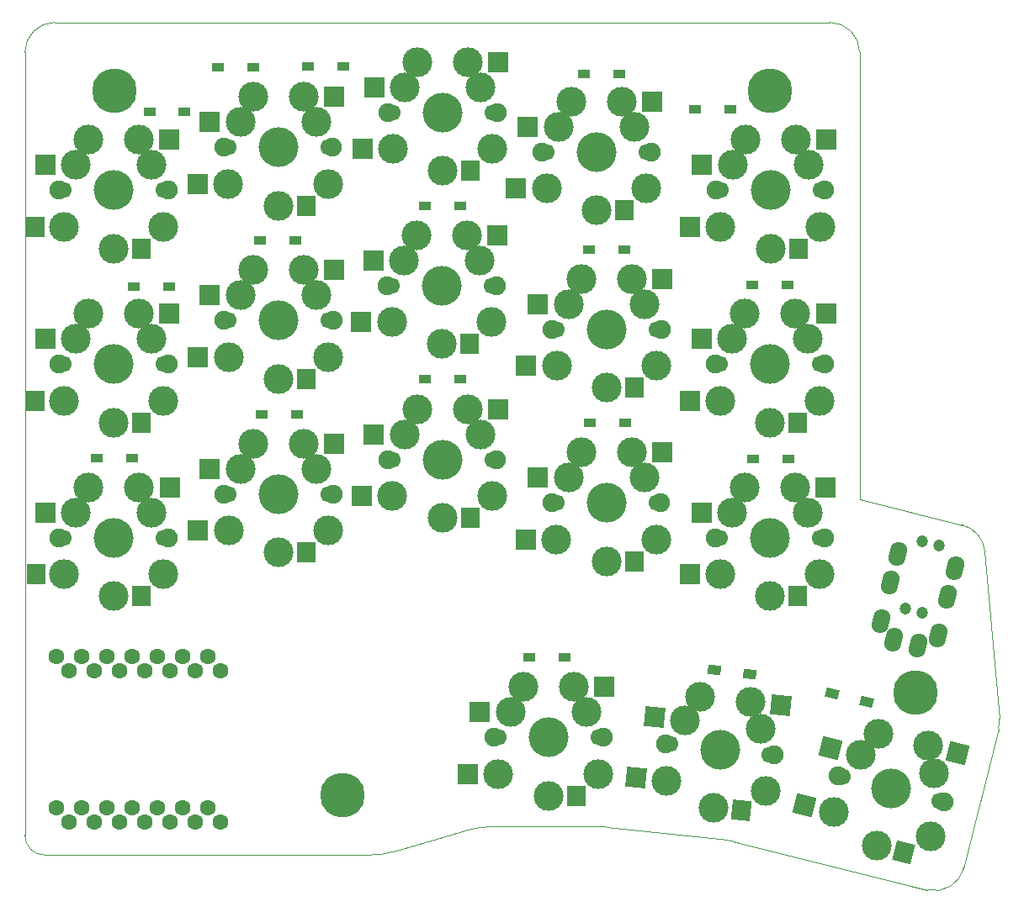
<source format=gbs>
%TF.GenerationSoftware,KiCad,Pcbnew,(6.0.6)*%
%TF.CreationDate,2022-11-03T11:36:57+09:00*%
%TF.ProjectId,split-mini,73706c69-742d-46d6-996e-692e6b696361,rev?*%
%TF.SameCoordinates,Original*%
%TF.FileFunction,Soldermask,Bot*%
%TF.FilePolarity,Negative*%
%FSLAX46Y46*%
G04 Gerber Fmt 4.6, Leading zero omitted, Abs format (unit mm)*
G04 Created by KiCad (PCBNEW (6.0.6)) date 2022-11-03 11:36:57*
%MOMM*%
%LPD*%
G01*
G04 APERTURE LIST*
G04 Aperture macros list*
%AMHorizOval*
0 Thick line with rounded ends*
0 $1 width*
0 $2 $3 position (X,Y) of the first rounded end (center of the circle)*
0 $4 $5 position (X,Y) of the second rounded end (center of the circle)*
0 Add line between two ends*
20,1,$1,$2,$3,$4,$5,0*
0 Add two circle primitives to create the rounded ends*
1,1,$1,$2,$3*
1,1,$1,$4,$5*%
%AMRotRect*
0 Rectangle, with rotation*
0 The origin of the aperture is its center*
0 $1 length*
0 $2 width*
0 $3 Rotation angle, in degrees counterclockwise*
0 Add horizontal line*
21,1,$1,$2,0,0,$3*%
G04 Aperture macros list end*
%TA.AperFunction,Profile*%
%ADD10C,0.100000*%
%TD*%
%ADD11R,1.300000X0.950000*%
%ADD12C,3.000000*%
%ADD13C,1.700000*%
%ADD14C,1.900000*%
%ADD15C,4.000000*%
%ADD16R,2.000000X2.000000*%
%ADD17R,1.900000X2.000000*%
%ADD18RotRect,1.300000X0.950000X354.000000*%
%ADD19C,4.500000*%
%ADD20RotRect,1.300000X0.950000X346.000000*%
%ADD21RotRect,2.000000X2.000000X166.000000*%
%ADD22RotRect,1.900000X2.000000X166.000000*%
%ADD23C,1.200000*%
%ADD24HorizOval,1.700000X-0.096769X-0.388118X0.096769X0.388118X0*%
%ADD25RotRect,2.000000X2.000000X174.000000*%
%ADD26RotRect,1.900000X2.000000X174.000000*%
%ADD27C,1.600000*%
%ADD28R,1.850000X2.000000*%
G04 APERTURE END LIST*
D10*
X116123324Y-72166634D02*
G75*
G03*
X113860370Y-69515158I-2988724J-259366D01*
G01*
X103530843Y-66939718D02*
X113860370Y-69515158D01*
X110364219Y-106260861D02*
G75*
G03*
X114000870Y-104075745I725781J2910861D01*
G01*
X21530843Y-102768057D02*
X45530843Y-102768057D01*
X78079754Y-99947838D02*
X89423885Y-101140154D01*
X66703035Y-99893057D02*
X77034469Y-99893057D01*
X45530843Y-102768057D02*
X54083652Y-102768057D01*
X56918659Y-102357777D02*
X63868027Y-100303337D01*
X19530843Y-21893057D02*
X19530843Y-100768057D01*
X117508504Y-90007398D02*
G75*
G03*
X117586379Y-89022217I-2911304J725798D01*
G01*
X103530843Y-21893057D02*
G75*
G03*
X100530843Y-18893057I-3000043J-43D01*
G01*
X78079754Y-99947841D02*
G75*
G03*
X77034469Y-99893057I-1045254J-9944059D01*
G01*
X54083652Y-102768065D02*
G75*
G03*
X56918659Y-102357777I-52J10000165D01*
G01*
X66703035Y-99893053D02*
G75*
G03*
X63868027Y-100303337I65J-10000347D01*
G01*
X22530843Y-18893063D02*
G75*
G03*
X19530843Y-21893057I-3J-2999997D01*
G01*
X114000870Y-104075745D02*
X117508503Y-90007398D01*
X90797818Y-101382418D02*
G75*
G03*
X89423885Y-101140154I-2419118J-9702282D01*
G01*
X19530843Y-100768057D02*
G75*
G03*
X21530843Y-102768057I1999997J-3D01*
G01*
X90797819Y-101382416D02*
X110364217Y-106260867D01*
X100530843Y-18893057D02*
X22530843Y-18893057D01*
X103530843Y-66939718D02*
X103530843Y-21893057D01*
X116123367Y-72166630D02*
X117586379Y-89022217D01*
D11*
%TO.C,D7*%
X43175000Y-40860000D03*
X46725000Y-40860000D03*
%TD*%
D12*
%TO.C,SW6*%
X32290000Y-50750000D03*
X24670000Y-50750000D03*
D13*
X33560000Y-53290000D03*
D12*
X33480000Y-56990000D03*
D14*
X22980000Y-53290000D03*
D15*
X28480000Y-53290000D03*
D12*
X31020000Y-48210000D03*
X23480000Y-56990000D03*
X25940000Y-48210000D03*
D13*
X23400000Y-53290000D03*
D12*
X28480000Y-59190000D03*
D14*
X33980000Y-53290000D03*
D16*
X21580000Y-50750000D03*
D17*
X20540000Y-56990000D03*
D16*
X34080000Y-48210000D03*
D17*
X31280000Y-59190000D03*
%TD*%
D12*
%TO.C,SW11*%
X33490000Y-74490000D03*
X25950000Y-65710000D03*
D13*
X23410000Y-70790000D03*
D12*
X32300000Y-68250000D03*
X23490000Y-74490000D03*
D13*
X33570000Y-70790000D03*
D14*
X33990000Y-70790000D03*
D12*
X28490000Y-76690000D03*
X24680000Y-68250000D03*
X31030000Y-65710000D03*
D14*
X22990000Y-70790000D03*
D15*
X28490000Y-70790000D03*
D16*
X21590000Y-68250000D03*
D17*
X20640000Y-74490000D03*
D16*
X34090000Y-65710000D03*
D17*
X31290000Y-76690000D03*
%TD*%
D11*
%TO.C,D6*%
X30475000Y-45500000D03*
X34025000Y-45500000D03*
%TD*%
D12*
%TO.C,SW9*%
X75500000Y-44720000D03*
D13*
X72960000Y-49800000D03*
D15*
X78040000Y-49800000D03*
D14*
X83540000Y-49800000D03*
D13*
X83120000Y-49800000D03*
D12*
X81850000Y-47260000D03*
X83040000Y-53500000D03*
X73040000Y-53500000D03*
X80580000Y-44720000D03*
X74230000Y-47260000D03*
X78040000Y-55700000D03*
D14*
X72540000Y-49800000D03*
D16*
X71140000Y-47260000D03*
X69940000Y-53500000D03*
X83640000Y-44720000D03*
D17*
X80840000Y-55700000D03*
%TD*%
D12*
%TO.C,SW3*%
X64120000Y-22880000D03*
X66580000Y-31660000D03*
X65390000Y-25420000D03*
D13*
X66660000Y-27960000D03*
D15*
X61580000Y-27960000D03*
D12*
X59040000Y-22880000D03*
X57770000Y-25420000D03*
X61580000Y-33860000D03*
D13*
X56500000Y-27960000D03*
D14*
X67080000Y-27960000D03*
D12*
X56580000Y-31660000D03*
D14*
X56080000Y-27960000D03*
D16*
X54680000Y-25420000D03*
X53480000Y-31660000D03*
D17*
X64380000Y-33860000D03*
D16*
X67180000Y-22880000D03*
%TD*%
D11*
%TO.C,D9*%
X76285000Y-41790000D03*
X79835000Y-41790000D03*
%TD*%
%TO.C,D16*%
X70295000Y-82880000D03*
X73845000Y-82880000D03*
%TD*%
%TO.C,D11*%
X26755000Y-62780000D03*
X30305000Y-62780000D03*
%TD*%
%TO.C,D14*%
X76345000Y-59250000D03*
X79895000Y-59250000D03*
%TD*%
D18*
%TO.C,D17*%
X88894724Y-84124462D03*
X92425276Y-84495538D03*
%TD*%
D12*
%TO.C,SW5*%
X97080000Y-30700000D03*
D13*
X99620000Y-35780000D03*
D12*
X89540000Y-39480000D03*
D15*
X94540000Y-35780000D03*
D12*
X98350000Y-33240000D03*
D14*
X89040000Y-35780000D03*
D12*
X90730000Y-33240000D03*
D14*
X100040000Y-35780000D03*
D12*
X94540000Y-41680000D03*
X99540000Y-39480000D03*
X92000000Y-30700000D03*
D13*
X89460000Y-35780000D03*
D16*
X86440000Y-39480000D03*
X87640000Y-33240000D03*
D17*
X97340000Y-41680000D03*
D16*
X100140000Y-30700000D03*
%TD*%
D12*
%TO.C,SW15*%
X91980000Y-65700000D03*
D13*
X89440000Y-70780000D03*
D12*
X98330000Y-68240000D03*
D14*
X89020000Y-70780000D03*
D15*
X94520000Y-70780000D03*
D14*
X100020000Y-70780000D03*
D12*
X94520000Y-76680000D03*
D13*
X99600000Y-70780000D03*
D12*
X90710000Y-68240000D03*
X97060000Y-65700000D03*
X99520000Y-74480000D03*
X89520000Y-74480000D03*
D16*
X87620000Y-68240000D03*
X86420000Y-74480000D03*
X100120000Y-65700000D03*
D17*
X97320000Y-76680000D03*
%TD*%
D11*
%TO.C,D13*%
X59765000Y-54820000D03*
X63315000Y-54820000D03*
%TD*%
D13*
%TO.C,SW7*%
X39960000Y-48900000D03*
D12*
X48850000Y-46360000D03*
X47580000Y-43820000D03*
D14*
X50540000Y-48900000D03*
D12*
X41230000Y-46360000D03*
X40040000Y-52600000D03*
D13*
X50120000Y-48900000D03*
D15*
X45040000Y-48900000D03*
D12*
X50040000Y-52600000D03*
X42500000Y-43820000D03*
D14*
X39540000Y-48900000D03*
D12*
X45040000Y-54800000D03*
D16*
X36940000Y-52600000D03*
X38140000Y-46360000D03*
D17*
X47840000Y-54800000D03*
D16*
X50640000Y-43820000D03*
%TD*%
D11*
%TO.C,D1*%
X32055000Y-27880000D03*
X35605000Y-27880000D03*
%TD*%
D19*
%TO.C,HOLE5*%
X109130000Y-86360000D03*
%TD*%
D12*
%TO.C,SW16*%
X67191200Y-94620900D03*
D13*
X77271200Y-90920900D03*
X67111200Y-90920900D03*
D12*
X77191200Y-94620900D03*
D14*
X66691200Y-90920900D03*
D12*
X74731200Y-85840900D03*
X72191200Y-96820900D03*
D15*
X72191200Y-90920900D03*
D12*
X68381200Y-88380900D03*
X76001200Y-88380900D03*
X69651200Y-85840900D03*
D14*
X77691200Y-90920900D03*
D16*
X65291200Y-88380900D03*
X64091200Y-94620900D03*
D17*
X74991200Y-96820900D03*
D16*
X77791200Y-85840900D03*
%TD*%
D20*
%TO.C,D18*%
X100767725Y-86450589D03*
X104212275Y-87309411D03*
%TD*%
D19*
%TO.C,HOLE4*%
X51500000Y-96760000D03*
%TD*%
D11*
%TO.C,D4*%
X75785000Y-24120000D03*
X79335000Y-24120000D03*
%TD*%
%TO.C,D10*%
X92715000Y-45350000D03*
X96265000Y-45350000D03*
%TD*%
D14*
%TO.C,SW18*%
X112026926Y-97410470D03*
D12*
X103607955Y-92693626D03*
D13*
X111619402Y-97308863D03*
D12*
X105454712Y-90536316D03*
D13*
X101761198Y-94850937D03*
D12*
X110646668Y-100879604D03*
X111001608Y-94537071D03*
D14*
X101353674Y-94749330D03*
D12*
X100943710Y-98460385D03*
X110383814Y-91765279D03*
D15*
X106690300Y-96079900D03*
D12*
X105262961Y-101804645D03*
D21*
X97935794Y-97710427D03*
X100609741Y-91946088D03*
D22*
X107979789Y-102482026D03*
D21*
X113352919Y-92505560D03*
%TD*%
D23*
%TO.C,J1*%
X111507617Y-71581344D03*
X109814164Y-78373414D03*
X109809600Y-71157980D03*
X108116146Y-77950050D03*
D24*
X109355425Y-81660062D03*
X106978201Y-81067354D03*
X113109779Y-73835912D03*
X107336519Y-72396477D03*
X112384013Y-76746799D03*
X106610754Y-75307364D03*
X111416326Y-80627982D03*
X105643066Y-79188547D03*
%TD*%
D11*
%TO.C,D3*%
X48005000Y-23360000D03*
X51555000Y-23360000D03*
%TD*%
D14*
%TO.C,SW8*%
X66990000Y-45390000D03*
D12*
X66490000Y-49090000D03*
X58950000Y-40310000D03*
X57680000Y-42850000D03*
D14*
X55990000Y-45390000D03*
D12*
X61490000Y-51290000D03*
X56490000Y-49090000D03*
D13*
X56410000Y-45390000D03*
X66570000Y-45390000D03*
D12*
X65300000Y-42850000D03*
D15*
X61490000Y-45390000D03*
D12*
X64030000Y-40310000D03*
D16*
X53390000Y-49090000D03*
X54590000Y-42850000D03*
D17*
X64290000Y-51290000D03*
D16*
X67090000Y-40310000D03*
%TD*%
D19*
%TO.C,HOLE2*%
X94500000Y-25740000D03*
%TD*%
D14*
%TO.C,SW17*%
X94943970Y-92702507D03*
D12*
X92531190Y-87340931D03*
X88857382Y-97995279D03*
D13*
X94526271Y-92658605D03*
D12*
X84114735Y-95284689D03*
D13*
X84421929Y-91596595D03*
D15*
X89474100Y-92127600D03*
D12*
X87479019Y-86809926D03*
X93528731Y-89999768D03*
X94059954Y-96329973D03*
D14*
X84004230Y-91552693D03*
D12*
X85950474Y-89203261D03*
D25*
X82877401Y-88880268D03*
X81031717Y-94960650D03*
D26*
X91642043Y-98287959D03*
D25*
X95574427Y-87660788D03*
%TD*%
D27*
%TO.C,U1*%
X23987000Y-99417500D03*
X22688000Y-82785000D03*
X25228000Y-82785000D03*
X26527000Y-99417500D03*
X29067000Y-99417500D03*
X27768000Y-82785000D03*
X31607000Y-99417500D03*
X30308000Y-82785000D03*
X34147000Y-99417500D03*
X32848000Y-82785000D03*
X36687000Y-99417500D03*
X35388000Y-82785000D03*
X39227000Y-99417500D03*
X37928000Y-82785000D03*
X37928000Y-98020000D03*
X39227000Y-84182500D03*
X36687000Y-84182500D03*
X35388000Y-98020000D03*
X34147000Y-84182500D03*
X32848000Y-98020000D03*
X30308000Y-98020000D03*
X31607000Y-84182500D03*
X27768000Y-98020000D03*
X29067000Y-84182500D03*
X25228000Y-98020000D03*
X26527000Y-84182500D03*
X23987000Y-84182500D03*
X22688000Y-98020000D03*
%TD*%
D12*
%TO.C,SW10*%
X91990000Y-48210000D03*
X94530000Y-59190000D03*
X90720000Y-50750000D03*
X89530000Y-56990000D03*
D14*
X89030000Y-53290000D03*
X100030000Y-53290000D03*
D12*
X99530000Y-56990000D03*
D15*
X94530000Y-53290000D03*
D13*
X99610000Y-53290000D03*
D12*
X97070000Y-48210000D03*
D13*
X89450000Y-53290000D03*
D12*
X98340000Y-50750000D03*
D16*
X86430000Y-56990000D03*
X87630000Y-50750000D03*
X100130000Y-48210000D03*
D17*
X97330000Y-59190000D03*
%TD*%
D11*
%TO.C,D15*%
X92835000Y-62840000D03*
X96385000Y-62840000D03*
%TD*%
D12*
%TO.C,SW2*%
X45010000Y-37340000D03*
D13*
X39930000Y-31440000D03*
D12*
X47550000Y-26360000D03*
D13*
X50090000Y-31440000D03*
D14*
X50510000Y-31440000D03*
D12*
X40010000Y-35140000D03*
X42470000Y-26360000D03*
D14*
X39510000Y-31440000D03*
D12*
X41200000Y-28900000D03*
D15*
X45010000Y-31440000D03*
D12*
X48820000Y-28900000D03*
X50010000Y-35140000D03*
D16*
X38110000Y-28900000D03*
X36910000Y-35140000D03*
D17*
X47810000Y-37340000D03*
D16*
X50610000Y-26360000D03*
%TD*%
D15*
%TO.C,SW13*%
X61520000Y-62910000D03*
D12*
X61520000Y-68810000D03*
D13*
X56440000Y-62910000D03*
D12*
X57710000Y-60370000D03*
X65330000Y-60370000D03*
D13*
X66600000Y-62910000D03*
D12*
X66520000Y-66610000D03*
X56520000Y-66610000D03*
D14*
X56020000Y-62910000D03*
D12*
X64060000Y-57830000D03*
X58980000Y-57830000D03*
D14*
X67020000Y-62910000D03*
D16*
X54620000Y-60370000D03*
X53420000Y-66610000D03*
D17*
X64320000Y-68810000D03*
D16*
X67120000Y-57830000D03*
%TD*%
D19*
%TO.C,HOLE1*%
X28520000Y-25760000D03*
%TD*%
D12*
%TO.C,SW12*%
X48850000Y-63850000D03*
D14*
X50540000Y-66390000D03*
D12*
X45040000Y-72290000D03*
D15*
X45040000Y-66390000D03*
D12*
X50040000Y-70090000D03*
D13*
X50120000Y-66390000D03*
D14*
X39540000Y-66390000D03*
D12*
X47580000Y-61310000D03*
X41230000Y-63850000D03*
X40040000Y-70090000D03*
D13*
X39960000Y-66390000D03*
D12*
X42500000Y-61310000D03*
D16*
X38140000Y-63850000D03*
X36940000Y-70090000D03*
X50640000Y-61310000D03*
D17*
X47840000Y-72290000D03*
%TD*%
D14*
%TO.C,SW14*%
X72530000Y-67300000D03*
D13*
X83110000Y-67300000D03*
D12*
X81840000Y-64760000D03*
X83030000Y-71000000D03*
X80570000Y-62220000D03*
X73030000Y-71000000D03*
X75490000Y-62220000D03*
X78030000Y-73200000D03*
D14*
X83530000Y-67300000D03*
D12*
X74220000Y-64760000D03*
D13*
X72950000Y-67300000D03*
D15*
X78030000Y-67300000D03*
D16*
X71130000Y-64760000D03*
X69930000Y-71000000D03*
X83630000Y-62220000D03*
D17*
X80830000Y-73200000D03*
%TD*%
D14*
%TO.C,SW1*%
X22980000Y-35790000D03*
D12*
X32290000Y-33250000D03*
X33480000Y-39490000D03*
X28480000Y-41690000D03*
D13*
X33560000Y-35790000D03*
X23400000Y-35790000D03*
D14*
X33980000Y-35790000D03*
D12*
X23480000Y-39490000D03*
X25940000Y-30710000D03*
X31020000Y-30710000D03*
X24670000Y-33250000D03*
D15*
X28480000Y-35790000D03*
D16*
X21580000Y-33250000D03*
D28*
X20540000Y-39490000D03*
D17*
X31280000Y-41690000D03*
D16*
X34080000Y-30710000D03*
%TD*%
D11*
%TO.C,D5*%
X86965000Y-27670000D03*
X90515000Y-27670000D03*
%TD*%
%TO.C,D8*%
X59765000Y-37380000D03*
X63315000Y-37380000D03*
%TD*%
D12*
%TO.C,SW4*%
X73230000Y-29380000D03*
D13*
X71960000Y-31920000D03*
D12*
X77040000Y-37820000D03*
X80850000Y-29380000D03*
X74500000Y-26840000D03*
X82040000Y-35620000D03*
X72040000Y-35620000D03*
D14*
X71540000Y-31920000D03*
D12*
X79580000Y-26840000D03*
D15*
X77040000Y-31920000D03*
D13*
X82120000Y-31920000D03*
D14*
X82540000Y-31920000D03*
D16*
X70140000Y-29380000D03*
X68940000Y-35620000D03*
X82640000Y-26840000D03*
D17*
X79840000Y-37820000D03*
%TD*%
D11*
%TO.C,D2*%
X38985000Y-23450000D03*
X42535000Y-23450000D03*
%TD*%
%TO.C,D12*%
X43395000Y-58370000D03*
X46945000Y-58370000D03*
%TD*%
M02*

</source>
